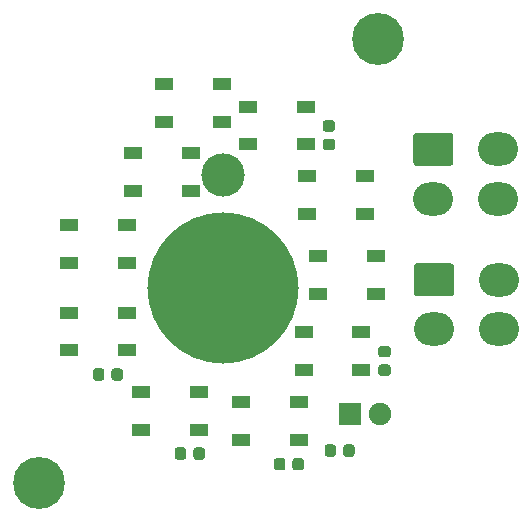
<source format=gbr>
%TF.GenerationSoftware,KiCad,Pcbnew,(5.1.6)-1*%
%TF.CreationDate,2020-12-18T20:01:58+11:00*%
%TF.ProjectId,FIRE TEST Panel PCB V2,46495245-2054-4455-9354-2050616e656c,rev?*%
%TF.SameCoordinates,Original*%
%TF.FileFunction,Soldermask,Top*%
%TF.FilePolarity,Negative*%
%FSLAX46Y46*%
G04 Gerber Fmt 4.6, Leading zero omitted, Abs format (unit mm)*
G04 Created by KiCad (PCBNEW (5.1.6)-1) date 2020-12-18 20:01:58*
%MOMM*%
%LPD*%
G01*
G04 APERTURE LIST*
%ADD10C,4.400000*%
%ADD11C,12.800000*%
%ADD12C,3.672000*%
%ADD13O,3.400000X2.800000*%
%ADD14C,1.900000*%
%ADD15R,1.900000X1.900000*%
%ADD16R,1.600000X1.100000*%
G04 APERTURE END LIST*
D10*
%TO.C,3*%
X118921711Y-117666493D03*
%TD*%
%TO.C,2*%
X147623711Y-80074493D03*
%TD*%
D11*
%TO.C,1*%
X134542711Y-101156493D03*
X134542711Y-101156493D03*
D12*
X134542711Y-91631493D03*
%TD*%
D13*
%TO.C,J2*%
X157891000Y-104698000D03*
X157891000Y-100498000D03*
X152391000Y-104698000D03*
G36*
G01*
X150950260Y-99098000D02*
X153831740Y-99098000D01*
G75*
G02*
X154091000Y-99357260I0J-259260D01*
G01*
X154091000Y-101638740D01*
G75*
G02*
X153831740Y-101898000I-259260J0D01*
G01*
X150950260Y-101898000D01*
G75*
G02*
X150691000Y-101638740I0J259260D01*
G01*
X150691000Y-99357260D01*
G75*
G02*
X150950260Y-99098000I259260J0D01*
G01*
G37*
%TD*%
%TO.C,J1*%
X157841000Y-93648600D03*
X157841000Y-89448600D03*
X152341000Y-93648600D03*
G36*
G01*
X150900260Y-88048600D02*
X153781740Y-88048600D01*
G75*
G02*
X154041000Y-88307860I0J-259260D01*
G01*
X154041000Y-90589340D01*
G75*
G02*
X153781740Y-90848600I-259260J0D01*
G01*
X150900260Y-90848600D01*
G75*
G02*
X150641000Y-90589340I0J259260D01*
G01*
X150641000Y-88307860D01*
G75*
G02*
X150900260Y-88048600I259260J0D01*
G01*
G37*
%TD*%
%TO.C,R1*%
G36*
G01*
X144107000Y-114676750D02*
X144107000Y-115239250D01*
G75*
G02*
X143863250Y-115483000I-243750J0D01*
G01*
X143375750Y-115483000D01*
G75*
G02*
X143132000Y-115239250I0J243750D01*
G01*
X143132000Y-114676750D01*
G75*
G02*
X143375750Y-114433000I243750J0D01*
G01*
X143863250Y-114433000D01*
G75*
G02*
X144107000Y-114676750I0J-243750D01*
G01*
G37*
G36*
G01*
X145682000Y-114676750D02*
X145682000Y-115239250D01*
G75*
G02*
X145438250Y-115483000I-243750J0D01*
G01*
X144950750Y-115483000D01*
G75*
G02*
X144707000Y-115239250I0J243750D01*
G01*
X144707000Y-114676750D01*
G75*
G02*
X144950750Y-114433000I243750J0D01*
G01*
X145438250Y-114433000D01*
G75*
G02*
X145682000Y-114676750I0J-243750D01*
G01*
G37*
%TD*%
%TO.C,C7*%
G36*
G01*
X147922750Y-107661000D02*
X148485250Y-107661000D01*
G75*
G02*
X148729000Y-107904750I0J-243750D01*
G01*
X148729000Y-108392250D01*
G75*
G02*
X148485250Y-108636000I-243750J0D01*
G01*
X147922750Y-108636000D01*
G75*
G02*
X147679000Y-108392250I0J243750D01*
G01*
X147679000Y-107904750D01*
G75*
G02*
X147922750Y-107661000I243750J0D01*
G01*
G37*
G36*
G01*
X147922750Y-106086000D02*
X148485250Y-106086000D01*
G75*
G02*
X148729000Y-106329750I0J-243750D01*
G01*
X148729000Y-106817250D01*
G75*
G02*
X148485250Y-107061000I-243750J0D01*
G01*
X147922750Y-107061000D01*
G75*
G02*
X147679000Y-106817250I0J243750D01*
G01*
X147679000Y-106329750D01*
G75*
G02*
X147922750Y-106086000I243750J0D01*
G01*
G37*
%TD*%
%TO.C,C6*%
G36*
G01*
X140414000Y-116389250D02*
X140414000Y-115826750D01*
G75*
G02*
X140657750Y-115583000I243750J0D01*
G01*
X141145250Y-115583000D01*
G75*
G02*
X141389000Y-115826750I0J-243750D01*
G01*
X141389000Y-116389250D01*
G75*
G02*
X141145250Y-116633000I-243750J0D01*
G01*
X140657750Y-116633000D01*
G75*
G02*
X140414000Y-116389250I0J243750D01*
G01*
G37*
G36*
G01*
X138839000Y-116389250D02*
X138839000Y-115826750D01*
G75*
G02*
X139082750Y-115583000I243750J0D01*
G01*
X139570250Y-115583000D01*
G75*
G02*
X139814000Y-115826750I0J-243750D01*
G01*
X139814000Y-116389250D01*
G75*
G02*
X139570250Y-116633000I-243750J0D01*
G01*
X139082750Y-116633000D01*
G75*
G02*
X138839000Y-116389250I0J243750D01*
G01*
G37*
%TD*%
%TO.C,C5*%
G36*
G01*
X132017000Y-115490250D02*
X132017000Y-114927750D01*
G75*
G02*
X132260750Y-114684000I243750J0D01*
G01*
X132748250Y-114684000D01*
G75*
G02*
X132992000Y-114927750I0J-243750D01*
G01*
X132992000Y-115490250D01*
G75*
G02*
X132748250Y-115734000I-243750J0D01*
G01*
X132260750Y-115734000D01*
G75*
G02*
X132017000Y-115490250I0J243750D01*
G01*
G37*
G36*
G01*
X130442000Y-115490250D02*
X130442000Y-114927750D01*
G75*
G02*
X130685750Y-114684000I243750J0D01*
G01*
X131173250Y-114684000D01*
G75*
G02*
X131417000Y-114927750I0J-243750D01*
G01*
X131417000Y-115490250D01*
G75*
G02*
X131173250Y-115734000I-243750J0D01*
G01*
X130685750Y-115734000D01*
G75*
G02*
X130442000Y-115490250I0J243750D01*
G01*
G37*
%TD*%
%TO.C,C4*%
G36*
G01*
X125085000Y-108800250D02*
X125085000Y-108237750D01*
G75*
G02*
X125328750Y-107994000I243750J0D01*
G01*
X125816250Y-107994000D01*
G75*
G02*
X126060000Y-108237750I0J-243750D01*
G01*
X126060000Y-108800250D01*
G75*
G02*
X125816250Y-109044000I-243750J0D01*
G01*
X125328750Y-109044000D01*
G75*
G02*
X125085000Y-108800250I0J243750D01*
G01*
G37*
G36*
G01*
X123510000Y-108800250D02*
X123510000Y-108237750D01*
G75*
G02*
X123753750Y-107994000I243750J0D01*
G01*
X124241250Y-107994000D01*
G75*
G02*
X124485000Y-108237750I0J-243750D01*
G01*
X124485000Y-108800250D01*
G75*
G02*
X124241250Y-109044000I-243750J0D01*
G01*
X123753750Y-109044000D01*
G75*
G02*
X123510000Y-108800250I0J243750D01*
G01*
G37*
%TD*%
%TO.C,C3*%
G36*
G01*
X143213750Y-88552200D02*
X143776250Y-88552200D01*
G75*
G02*
X144020000Y-88795950I0J-243750D01*
G01*
X144020000Y-89283450D01*
G75*
G02*
X143776250Y-89527200I-243750J0D01*
G01*
X143213750Y-89527200D01*
G75*
G02*
X142970000Y-89283450I0J243750D01*
G01*
X142970000Y-88795950D01*
G75*
G02*
X143213750Y-88552200I243750J0D01*
G01*
G37*
G36*
G01*
X143213750Y-86977200D02*
X143776250Y-86977200D01*
G75*
G02*
X144020000Y-87220950I0J-243750D01*
G01*
X144020000Y-87708450D01*
G75*
G02*
X143776250Y-87952200I-243750J0D01*
G01*
X143213750Y-87952200D01*
G75*
G02*
X142970000Y-87708450I0J243750D01*
G01*
X142970000Y-87220950D01*
G75*
G02*
X143213750Y-86977200I243750J0D01*
G01*
G37*
%TD*%
D14*
%TO.C,D11*%
X147790000Y-111839000D03*
D15*
X145250000Y-111839000D03*
%TD*%
D16*
%TO.C,D10*%
X126938000Y-89738400D03*
X126938000Y-92938400D03*
X131838000Y-89738400D03*
X131838000Y-92938400D03*
%TD*%
%TO.C,D9*%
X121463000Y-95859600D03*
X121463000Y-99059600D03*
X126363000Y-95859600D03*
X126363000Y-99059600D03*
%TD*%
%TO.C,D8*%
X121514000Y-103276000D03*
X121514000Y-106476000D03*
X126414000Y-103276000D03*
X126414000Y-106476000D03*
%TD*%
%TO.C,D7*%
X127610000Y-110033000D03*
X127610000Y-113233000D03*
X132510000Y-110033000D03*
X132510000Y-113233000D03*
%TD*%
%TO.C,D6*%
X136031000Y-110820000D03*
X136031000Y-114020000D03*
X140931000Y-110820000D03*
X140931000Y-114020000D03*
%TD*%
%TO.C,D5*%
X141353000Y-104953000D03*
X141353000Y-108153000D03*
X146253000Y-104953000D03*
X146253000Y-108153000D03*
%TD*%
%TO.C,D4*%
X142584000Y-98476000D03*
X142584000Y-101676000D03*
X147484000Y-98476000D03*
X147484000Y-101676000D03*
%TD*%
%TO.C,D3*%
X141619000Y-91719600D03*
X141619000Y-94919600D03*
X146519000Y-91719600D03*
X146519000Y-94919600D03*
%TD*%
%TO.C,D2*%
X136640000Y-85826800D03*
X136640000Y-89026800D03*
X141540000Y-85826800D03*
X141540000Y-89026800D03*
%TD*%
%TO.C,D1*%
X129517000Y-83921600D03*
X129517000Y-87121600D03*
X134417000Y-83921600D03*
X134417000Y-87121600D03*
%TD*%
M02*

</source>
